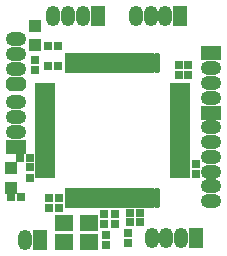
<source format=gts>
%FSLAX44Y44*%
%MOMM*%
G71*
G01*
G75*
G04 Layer_Color=8388736*
%ADD10R,0.5500X0.6000*%
%ADD11R,0.8000X0.8000*%
%ADD12R,0.6000X0.5500*%
%ADD13R,1.4000X1.1500*%
%ADD14R,1.5000X0.3000*%
%ADD15R,0.3000X1.5000*%
G04:AMPARAMS|DCode=16|XSize=1.5mm|YSize=0.3mm|CornerRadius=0mm|HoleSize=0mm|Usage=FLASHONLY|Rotation=90.000|XOffset=0mm|YOffset=0mm|HoleType=Round|Shape=Octagon|*
%AMOCTAGOND16*
4,1,8,0.0750,0.7500,-0.0750,0.7500,-0.1500,0.6750,-0.1500,-0.6750,-0.0750,-0.7500,0.0750,-0.7500,0.1500,-0.6750,0.1500,0.6750,0.0750,0.7500,0.0*
%
%ADD16OCTAGOND16*%

%ADD17C,0.2000*%
%ADD18C,0.5000*%
%ADD19C,0.2540*%
%ADD20C,0.3000*%
%ADD21C,0.2032*%
%ADD22C,0.3048*%
%ADD23C,0.1778*%
%ADD24C,0.3500*%
%ADD25C,0.1800*%
%ADD26R,1.0160X1.5240*%
%ADD27O,1.0160X1.5240*%
%ADD28O,1.5240X1.0160*%
%ADD29R,1.5240X1.0160*%
G04:AMPARAMS|DCode=30|XSize=1.016mm|YSize=1.524mm|CornerRadius=0mm|HoleSize=0mm|Usage=FLASHONLY|Rotation=90.000|XOffset=0mm|YOffset=0mm|HoleType=Round|Shape=Octagon|*
%AMOCTAGOND30*
4,1,8,-0.7620,-0.2540,-0.7620,0.2540,-0.5080,0.5080,0.5080,0.5080,0.7620,0.2540,0.7620,-0.2540,0.5080,-0.5080,-0.5080,-0.5080,-0.7620,-0.2540,0.0*
%
%ADD30OCTAGOND30*%

%ADD31C,0.8000*%
%ADD32C,1.5000*%
%ADD33C,1.0160*%
%ADD34C,1.0000*%
%ADD35C,1.6160*%
%ADD36C,1.4160*%
%ADD37C,2.0160*%
%ADD38R,0.9500X0.9500*%
%ADD39R,1.3000X0.5000*%
%ADD40R,0.5000X1.1000*%
%ADD41R,0.9500X0.9500*%
%ADD42R,0.8000X1.2000*%
%ADD43P,1.3435X4X270.0*%
%ADD44R,0.6000X1.2000*%
G04:AMPARAMS|DCode=45|XSize=0.55mm|YSize=0.6mm|CornerRadius=0mm|HoleSize=0mm|Usage=FLASHONLY|Rotation=135.000|XOffset=0mm|YOffset=0mm|HoleType=Round|Shape=Rectangle|*
%AMROTATEDRECTD45*
4,1,4,0.4066,0.0177,-0.0177,-0.4066,-0.4066,-0.0177,0.0177,0.4066,0.4066,0.0177,0.0*
%
%ADD45ROTATEDRECTD45*%

G04:AMPARAMS|DCode=46|XSize=0.55mm|YSize=0.6mm|CornerRadius=0mm|HoleSize=0mm|Usage=FLASHONLY|Rotation=45.000|XOffset=0mm|YOffset=0mm|HoleType=Round|Shape=Rectangle|*
%AMROTATEDRECTD46*
4,1,4,0.0177,-0.4066,-0.4066,0.0177,-0.0177,0.4066,0.4066,-0.0177,0.0177,-0.4066,0.0*
%
%ADD46ROTATEDRECTD46*%

%ADD47R,1.1000X0.6500*%
G04:AMPARAMS|DCode=48|XSize=0.3454mm|YSize=0.7238mm|CornerRadius=0mm|HoleSize=0mm|Usage=FLASHONLY|Rotation=225.000|XOffset=0mm|YOffset=0mm|HoleType=Round|Shape=Octagon|*
%AMOCTAGOND48*
4,1,8,0.3170,-0.1948,0.1948,-0.3170,0.0727,-0.3170,-0.3170,0.0727,-0.3170,0.1948,-0.1948,0.3170,-0.0727,0.3170,0.3170,-0.0727,0.3170,-0.1948,0.0*
%
%ADD48OCTAGOND48*%

G04:AMPARAMS|DCode=49|XSize=0.3454mm|YSize=0.8mm|CornerRadius=0mm|HoleSize=0mm|Usage=FLASHONLY|Rotation=225.000|XOffset=0mm|YOffset=0mm|HoleType=Round|Shape=Rectangle|*
%AMROTATEDRECTD49*
4,1,4,-0.1607,0.4050,0.4050,-0.1607,0.1607,-0.4050,-0.4050,0.1607,-0.1607,0.4050,0.0*
%
%ADD49ROTATEDRECTD49*%

G04:AMPARAMS|DCode=50|XSize=0.3454mm|YSize=0.8mm|CornerRadius=0mm|HoleSize=0mm|Usage=FLASHONLY|Rotation=135.000|XOffset=0mm|YOffset=0mm|HoleType=Round|Shape=Rectangle|*
%AMROTATEDRECTD50*
4,1,4,0.4050,0.1607,-0.1607,-0.4050,-0.4050,-0.1607,0.1607,0.4050,0.4050,0.1607,0.0*
%
%ADD50ROTATEDRECTD50*%

G04:AMPARAMS|DCode=51|XSize=0.3454mm|YSize=0.8mm|CornerRadius=0mm|HoleSize=0mm|Usage=FLASHONLY|Rotation=135.000|XOffset=0mm|YOffset=0mm|HoleType=Round|Shape=Octagon|*
%AMOCTAGOND51*
4,1,8,-0.2218,-0.3439,-0.3439,-0.2218,-0.3439,-0.0997,0.0997,0.3439,0.2218,0.3439,0.3439,0.2218,0.3439,0.0997,-0.0997,-0.3439,-0.2218,-0.3439,0.0*
%
%ADD51OCTAGOND51*%

G04:AMPARAMS|DCode=52|XSize=0.3454mm|YSize=0.7238mm|CornerRadius=0mm|HoleSize=0mm|Usage=FLASHONLY|Rotation=135.000|XOffset=0mm|YOffset=0mm|HoleType=Round|Shape=Octagon|*
%AMOCTAGOND52*
4,1,8,-0.1948,-0.3170,-0.3170,-0.1948,-0.3170,-0.0727,0.0727,0.3170,0.1948,0.3170,0.3170,0.1948,0.3170,0.0727,-0.0727,-0.3170,-0.1948,-0.3170,0.0*
%
%ADD52OCTAGOND52*%

%ADD53C,0.1700*%
%ADD54C,0.1270*%
%ADD55C,0.1000*%
%ADD56C,0.1524*%
%ADD57C,0.2500*%
%ADD58C,0.1500*%
%ADD59C,0.5080*%
%ADD60R,0.7532X0.8032*%
%ADD61R,1.0032X1.0032*%
%ADD62R,0.8032X0.7532*%
%ADD63R,1.6032X1.3532*%
%ADD64R,1.7032X0.5032*%
%ADD65R,0.5032X1.7032*%
G04:AMPARAMS|DCode=66|XSize=1.7032mm|YSize=0.5032mm|CornerRadius=0mm|HoleSize=0mm|Usage=FLASHONLY|Rotation=90.000|XOffset=0mm|YOffset=0mm|HoleType=Round|Shape=Octagon|*
%AMOCTAGOND66*
4,1,8,0.1258,0.8516,-0.1258,0.8516,-0.2516,0.7258,-0.2516,-0.7258,-0.1258,-0.8516,0.1258,-0.8516,0.2516,-0.7258,0.2516,0.7258,0.1258,0.8516,0.0*
%
%ADD66OCTAGOND66*%

%ADD67R,1.2192X1.7272*%
%ADD68O,1.2192X1.7272*%
%ADD69O,1.7272X1.2192*%
%ADD70R,1.7272X1.2192*%
G04:AMPARAMS|DCode=71|XSize=1.2192mm|YSize=1.7272mm|CornerRadius=0mm|HoleSize=0mm|Usage=FLASHONLY|Rotation=90.000|XOffset=0mm|YOffset=0mm|HoleType=Round|Shape=Octagon|*
%AMOCTAGOND71*
4,1,8,-0.8636,-0.3048,-0.8636,0.3048,-0.5588,0.6096,0.5588,0.6096,0.8636,0.3048,0.8636,-0.3048,0.5588,-0.6096,-0.5588,-0.6096,-0.8636,-0.3048,0.0*
%
%ADD71OCTAGOND71*%

D60*
X-63754Y48328D02*
D03*
Y56828D02*
D03*
X66554Y44524D02*
D03*
Y53024D02*
D03*
X14992Y-88962D02*
D03*
Y-97462D02*
D03*
X-3550Y-90994D02*
D03*
Y-99494D02*
D03*
X58680Y44524D02*
D03*
Y53024D02*
D03*
X73158Y-30542D02*
D03*
Y-39042D02*
D03*
X-67304Y-42344D02*
D03*
Y-33844D02*
D03*
D61*
X-63754Y85974D02*
D03*
X-63754Y69474D02*
D03*
X-83312Y-34422D02*
D03*
X-83312Y-50922D02*
D03*
D62*
X-83752Y-59182D02*
D03*
X-75252D02*
D03*
X25338Y-80004D02*
D03*
X16838D02*
D03*
X-44004Y68586D02*
D03*
X-52504D02*
D03*
X-67372Y-25648D02*
D03*
X-75872D02*
D03*
X4002Y-81528D02*
D03*
X-4498D02*
D03*
X-43750Y52076D02*
D03*
X-52250D02*
D03*
X-42734Y-59684D02*
D03*
X-51234D02*
D03*
Y-67812D02*
D03*
X-42734D02*
D03*
X25338Y-72384D02*
D03*
X16838D02*
D03*
X-4498Y-73146D02*
D03*
X4002D02*
D03*
D63*
X-17188Y-96640D02*
D03*
X-39188D02*
D03*
Y-80640D02*
D03*
X-17188D02*
D03*
D64*
X-54960Y24794D02*
D03*
X-54960Y-30206D02*
D03*
Y-20206D02*
D03*
Y-25206D02*
D03*
X59040Y-10206D02*
D03*
Y-25206D02*
D03*
X59040Y-30206D02*
D03*
X-54960Y4794D02*
D03*
X59040Y4794D02*
D03*
X59040Y24794D02*
D03*
X59040Y14794D02*
D03*
X-54960Y14794D02*
D03*
X59040Y19794D02*
D03*
Y-15206D02*
D03*
Y-5206D02*
D03*
X59040Y-206D02*
D03*
X59040Y9794D02*
D03*
X59040Y29794D02*
D03*
Y34794D02*
D03*
X-54960Y29794D02*
D03*
X-54960Y19794D02*
D03*
X-54960Y-5206D02*
D03*
X-54960Y-206D02*
D03*
X-54960Y-40206D02*
D03*
X59040Y-20206D02*
D03*
X-54960Y9794D02*
D03*
Y-15206D02*
D03*
X-54960Y-10206D02*
D03*
Y34794D02*
D03*
X59040Y-35206D02*
D03*
X59040Y-40206D02*
D03*
X-54960Y-35206D02*
D03*
D65*
X-5460Y-59706D02*
D03*
X-15460Y54294D02*
D03*
X-20460Y54294D02*
D03*
X-5460Y54294D02*
D03*
X-460Y-59706D02*
D03*
X4540Y54294D02*
D03*
X19540Y54294D02*
D03*
X-25460Y-59706D02*
D03*
X-20460D02*
D03*
X-35460D02*
D03*
X19540D02*
D03*
X24540D02*
D03*
X9540D02*
D03*
X14540D02*
D03*
X-10460D02*
D03*
X34540D02*
D03*
X4540D02*
D03*
X-460Y54294D02*
D03*
X29540Y-59706D02*
D03*
X-35460Y54294D02*
D03*
X-15460Y-59706D02*
D03*
X-30460D02*
D03*
X-25460Y54294D02*
D03*
X-30460Y54294D02*
D03*
X34540Y54294D02*
D03*
X24540Y54294D02*
D03*
X29540D02*
D03*
X14540D02*
D03*
X9540D02*
D03*
X-10460D02*
D03*
D66*
X39540Y54294D02*
D03*
Y-59706D02*
D03*
D67*
X-59382Y-94996D02*
D03*
X59650Y93986D02*
D03*
X-10200D02*
D03*
X72858Y-93212D02*
D03*
D68*
X-71882Y-94996D02*
D03*
X22150Y93986D02*
D03*
X34650D02*
D03*
X47150D02*
D03*
X-22700D02*
D03*
X-35200D02*
D03*
X-47700D02*
D03*
X35358Y-93212D02*
D03*
X47858D02*
D03*
X60358D02*
D03*
D69*
X-79750Y21296D02*
D03*
Y8796D02*
D03*
Y-3704D02*
D03*
X85858Y114D02*
D03*
X85858Y-12386D02*
D03*
X85858Y-24886D02*
D03*
X85858Y-37386D02*
D03*
Y-49886D02*
D03*
Y-62386D02*
D03*
Y25198D02*
D03*
Y37698D02*
D03*
Y50198D02*
D03*
X-79750Y74636D02*
D03*
Y62136D02*
D03*
Y49636D02*
D03*
D70*
Y-16204D02*
D03*
X85858Y12614D02*
D03*
Y62698D02*
D03*
D71*
X-79750Y37136D02*
D03*
M02*

</source>
